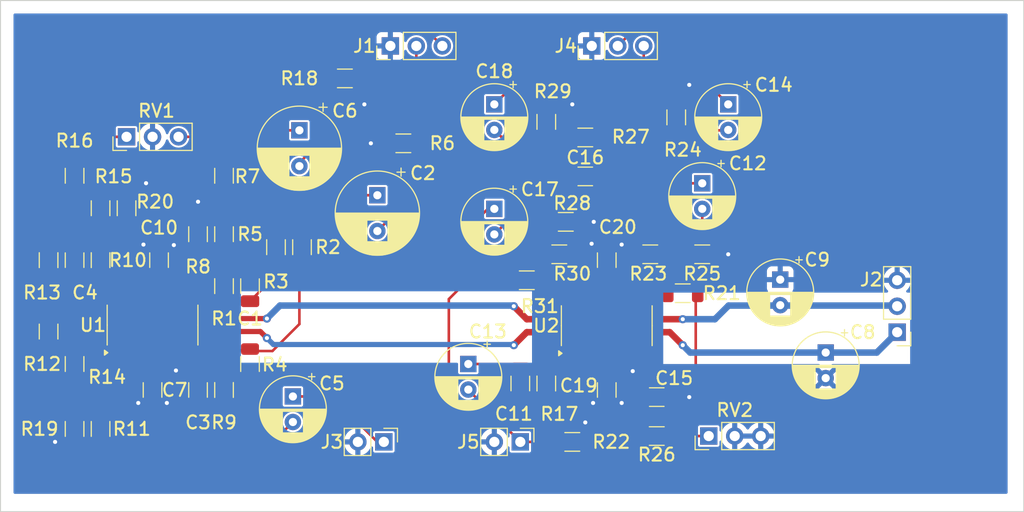
<source format=kicad_pcb>
(kicad_pcb (version 20240108) (generator "pcbnew") (generator_version "8.0")
  (title_block (title "TLA Input & Output") (date "2024-05-09") (rev "00") (company "Greybox Audio"))
  (layers (0 "F.Cu" signal) (31 "B.Cu" power) (34 "B.Paste" user) (35 "F.Paste" user) (36 "B.SilkS" user "B.Silkscreen") (37 "F.SilkS" user "F.Silkscreen") (38 "B.Mask" user) (39 "F.Mask" user) (44 "Edge.Cuts" user))
  (net 0 "")
  (net 1 "Net-(U1D--)")
  (net 2 "Net-(C1-Pad2)")
  (net 3 "Net-(C2-Pad1)")
  (net 4 "Net-(C2-Pad2)")
  (net 5 "Net-(U1B--)")
  (net 6 "Net-(C3-Pad1)")
  (net 7 "Net-(C4-Pad2)")
  (net 8 "Net-(U1C--)")
  (net 9 "Net-(C5-Pad2)")
  (net 10 "Net-(J3-Pin_1)")
  (net 11 "Net-(C6-Pad1)")
  (net 12 "Net-(C6-Pad2)")
  (net 13 "+15V")
  (net 14 "-15V")
  (net 15 "GND")
  (net 16 "Net-(R2-Pad1)")
  (net 17 "Net-(R7-Pad1)")
  (net 18 "Net-(U1A-+)")
  (net 19 "Net-(U1A--)")
  (net 20 "Net-(U1C-+)")
  (net 21 "Net-(R16-Pad2)")
  (net 22 "Net-(U1D-+)")
  (net 23 "Net-(C11-Pad1)")
  (net 24 "Net-(U2C--)")
  (net 25 "Net-(C12-Pad2)")
  (net 26 "Net-(J5-Pin_1)")
  (net 27 "Net-(C14-Pad1)")
  (net 28 "Net-(U2C-+)")
  (net 29 "Net-(U2B--)")
  (net 30 "Net-(C17-Pad2)")
  (net 31 "Net-(C18-Pad1)")
  (net 32 "Net-(R26-Pad1)")
  (net 33 "Net-(U2D--)")
  (net 34 "Net-(U2D-+)")
  (net 35 "Net-(U2A--)")
  (net 36 "Net-(U2A-+)")
  (footprint "Connector_PinHeader_2.54mm:PinHeader_1x03_P2.54mm_Vertical" (layer "F.Cu") (at 112.395 123.887 90)
    (property "Reference" "RV2")
    (property "Value" "500R")
  )
  (footprint "Capacitor_SMD:C_1206_3216Metric" (layer "F.Cu") (at 67.564 109.22 -90)
    (property "Reference" "C1")
    (property "Value" "100p")
  )
  (footprint "Resistor_SMD:R_1206_3216Metric" (layer "F.Cu") (at 111.76 106.107 180)
    (property "Reference" "R25")
    (property "Value" "10k")
  )
  (footprint "Resistor_SMD:R_1206_3216Metric" (layer "F.Cu") (at 67.564 116.84 90)
    (property "Reference" "R4")
    (property "Value" "2k2")
  )
  (footprint "Resistor_SMD:R_1206_3216Metric" (layer "F.Cu") (at 65.024 119.38 90)
    (property "Reference" "R9")
    (property "Value" "2k2")
  )
  (footprint "Resistor_SMD:R_1206_3216Metric" (layer "F.Cu") (at 94.615 108.647)
    (property "Reference" "R31")
    (property "Value" "2k7")
  )
  (footprint "Capacitor_SMD:C_1206_3216Metric" (layer "F.Cu") (at 58.039 119.38 -90)
    (property "Reference" "C7")
    (property "Value" "100n")
  )
  (footprint "Resistor_SMD:R_1206_3216Metric" (layer "F.Cu") (at 97.79 106.107 180)
    (property "Reference" "R30")
    (property "Value" "47k")
  )
  (footprint "Connector_PinHeader_2.54mm:PinHeader_1x02_P2.54mm_Vertical" (layer "F.Cu") (at 80.645 124.46 -90)
    (property "Reference" "J3")
    (property "Value" "Conn_01x02")
  )
  (footprint "Resistor_SMD:R_1206_3216Metric" (layer "F.Cu") (at 50.419 116.84 90)
    (property "Reference" "R14")
    (property "Value" "1k")
  )
  (footprint "Capacitor_SMD:C_1206_3216Metric" (layer "F.Cu") (at 107.315 120.077)
    (property "Reference" "C15")
    (property "Value" "22p")
  )
  (footprint "Capacitor_SMD:C_1206_3216Metric" (layer "F.Cu") (at 58.674 106.68 -90)
    (property "Reference" "C10")
    (property "Value" "100n")
  )
  (footprint "Resistor_SMD:R_1206_3216Metric" (layer "F.Cu") (at 82.55 95.25)
    (property "Reference" "R6")
    (property "Value" "100k")
  )
  (footprint "Resistor_SMD:R_1206_3216Metric" (layer "F.Cu") (at 96.52 93.1525 90)
    (property "Reference" "R29")
    (property "Value" "10M")
  )
  (footprint "Resistor_SMD:R_1206_3216Metric" (layer "F.Cu") (at 52.959 101.6 90)
    (property "Reference" "R15")
    (property "Value" "3k3")
  )
  (footprint "Capacitor_THT:CP_Radial_D6.3mm_P2.50mm" (layer "F.Cu") (at 119.38 108.585 -90)
    (property "Reference" "C9")
    (property "Value" "10u")
  )
  (footprint "Capacitor_THT:CP_Radial_D6.3mm_P2.50mm" (layer "F.Cu") (at 91.44 91.44 -90)
    (property "Reference" "C18")
    (property "Value" "10u")
  )
  (footprint "Resistor_SMD:R_1206_3216Metric" (layer "F.Cu") (at 55.499 101.6 -90)
    (property "Reference" "R20")
    (property "Value" "2k2")
  )
  (footprint "Connector_PinHeader_2.54mm:PinHeader_1x03_P2.54mm_Vertical" (layer "F.Cu") (at 55.499 94.615 90)
    (property "Reference" "RV1")
    (property "Value" "500R")
  )
  (footprint "Resistor_SMD:R_1206_3216Metric" (layer "F.Cu") (at 99.06 124.46 180)
    (property "Reference" "R22")
    (property "Value" "100k")
  )
  (footprint "Capacitor_SMD:C_1206_3216Metric" (layer "F.Cu") (at 102.4275 119.38 -90)
    (property "Reference" "C19")
    (property "Value" "100n")
  )
  (footprint "Resistor_SMD:R_1206_3216Metric" (layer "F.Cu") (at 65.024 104.14 90)
    (property "Reference" "R5")
    (property "Value" "3k3")
  )
  (footprint "Capacitor_SMD:C_1206_3216Metric" (layer "F.Cu") (at 102.4275 106.68 -90)
    (property "Reference" "C20")
    (property "Value" "100n")
  )
  (footprint "Capacitor_SMD:C_1206_3216Metric" (layer "F.Cu") (at 50.419 106.68 -90)
    (property "Reference" "C4")
    (property "Value" "100p")
  )
  (footprint "Connector_PinHeader_2.54mm:PinHeader_1x03_P2.54mm_Vertical" (layer "F.Cu") (at 81.28 85.725 90)
    (property "Reference" "J1")
    (property "Value" "XLR3")
  )
  (footprint "Capacitor_THT:CP_Radial_D6.3mm_P2.50mm" (layer "F.Cu") (at 123.825 115.719621 -90)
    (property "Reference" "C8")
    (property "Value" "10u")
  )
  (footprint "Resistor_SMD:R_1206_3216Metric" (layer "F.Cu") (at 98.425 102.932)
    (property "Reference" "R28")
    (property "Value" "10k")
  )
  (footprint "Resistor_SMD:R_1206_3216Metric" (layer "F.Cu") (at 96.52 118.745 -90)
    (property "Reference" "R17")
    (property "Value" "2k")
  )
  (footprint "Connector_PinHeader_2.54mm:PinHeader_1x03_P2.54mm_Vertical" (layer "F.Cu") (at 100.965 85.725 90)
    (property "Reference" "J4")
    (property "Value" "XLR3")
  )
  (footprint "Resistor_SMD:R_1206_3216Metric" (layer "F.Cu") (at 47.879 113.665 90)
    (property "Reference" "R12")
    (property "Value" "1k8")
  )
  (footprint "Resistor_SMD:R_1206_3216Metric" (layer "F.Cu") (at 107.315 123.887 180)
    (property "Reference" "R26")
    (property "Value" "1k8")
  )
  (footprint "Package_SO:SOIC-14_3.9x8.7mm_P1.27mm" (layer "F.Cu") (at 58.039 113.03 90)
    (property "Reference" "U1")
    (property "Value" "OPA1679")
  )
  (footprint "Resistor_SMD:R_1206_3216Metric" (layer "F.Cu") (at 50.419 98.425 90)
    (property "Reference" "R16")
    (property "Value" "2k2")
  )
  (footprint "Connector_PinHeader_2.54mm:PinHeader_1x02_P2.54mm_Vertical" (layer "F.Cu") (at 93.98 124.46 -90)
    (property "Reference" "J5")
    (property "Value" "Conn_01x02")
  )
  (footprint "Capacitor_THT:CP_Radial_D8.0mm_P3.50mm" (layer "F.Cu") (at 72.39 93.98 -90)
    (property "Reference" "C6")
    (property "Value" "220u")
  )
  (footprint "Resistor_SMD:R_1206_3216Metric" (layer "F.Cu") (at 65.024 109.22 -90)
    (property "Reference" "R1")
    (property "Value" "2k7")
  )
  (footprint "Resistor_SMD:R_1206_3216Metric" (layer "F.Cu") (at 109.855 109.917 180)
    (property "Reference" "R21")
    (property "Value" "2k7")
  )
  (footprint "Package_SO:SOIC-14_3.9x8.7mm_P1.27mm" (layer "F.Cu") (at 102.4275 113.092 90)
    (property "Reference" "U2")
    (property "Value" "OPA1679")
  )
  (footprint "Resistor_SMD:R_1206_3216Metric" (layer "F.Cu") (at 72.644 105.41 90)
    (property "Reference" "R2")
    (property "Value" "1k8")
  )
  (footprint "Resistor_SMD:R_1206_3216Metric" (layer "F.Cu") (at 70.104 105.41 90)
    (property "Reference" "R3")
    (property "Value" "33R")
  )
  (footprint "Capacitor_SMD:C_1206_3216Metric" (layer "F.Cu") (at 100.33 98.487)
    (property "Reference" "C16")
    (property "Value" "220p")
  )
  (footprint "Capacitor_SMD:C_1206_3216Metric" (layer "F.Cu") (at 93.98 118.745 -90)
    (property "Reference" "C11")
    (property "Value" "22p")
  )
  (footprint "Resistor_SMD:R_1206_3216Metric" (layer "F.Cu") (at 52.959 123.19 90)
    (property "Reference" "R11")
    (property "Value" "560R")
  )
  (footprint "Resistor_SMD:R_1206_3216Metric" (layer "F.Cu") (at 62.484 104.14 -90)
    (property "Reference" "R8")
    (property "Value" "2k2")
  )
  (footprint "Resistor_SMD:R_1206_3216Metric" (layer "F.Cu") (at 106.68 106.107 180)
    (property "Reference" "R23")
    (property "Value" "47k")
  )
  (footprint "Capacitor_THT:CP_Radial_D6.3mm_P2.50mm" (layer "F.Cu") (at 114.3 91.44 -90)
    (property "Reference" "C14")
    (property "Value" "10u")
  )
  (footprint "Capacitor_THT:CP_Radial_D6.3mm_P2.50mm" (layer "F.Cu") (at 91.44 101.662 -90)
    (property "Reference" "C17")
    (property "Value" "22u")
  )
  (footprint "Capacitor_THT:CP_Radial_D6.3mm_P2.50mm" (layer "F.Cu") (at 111.76 99.162 -90)
    (property "Reference" "C12")
    (property "Value" "22u")
  )
  (footprint "Resistor_SMD:R_1206_3216Metric" (layer "F.Cu") (at 52.959 106.68 -90)
    (property "Reference" "R10")
    (property "Value" "2k7")
  )
  (footprint "Resistor_SMD:R_1206_3216Metric" (layer "F.Cu") (at 109.22 92.71 -90)
    (property "Reference" "R24")
    (property "Value" "10M")
  )
  (footprint "Resistor_SMD:R_1206_3216Metric" (layer "F.Cu") (at 50.419 123.19 90)
    (property "Reference" "R19")
    (property "Value" "1k")
  )
  (footprint "Capacitor_THT:CP_Radial_D6.3mm_P2.50mm" (layer "F.Cu") (at 88.9 116.84 -90)
    (property "Reference" "C13")
    (property "Value" "100u")
  )
  (footprint "Capacitor_THT:CP_Radial_D8.0mm_P3.50mm" (layer "F.Cu") (at 80.01 100.33 -90)
    (property "Reference" "C2")
    (property "Value" "220u")
  )
  (footprint "Resistor_SMD:R_1206_3216Metric" (layer "F.Cu") (at 65.024 98.425 -90)
    (property "Reference" "R7")
    (property "Value" "3k3")
  )
  (footprint "Resistor_SMD:R_1206_3216Metric" (layer "F.Cu") (at 47.879 106.68 90)
    (property "Reference" "R13")
    (property "Value" "33R")
  )
  (footprint "Resistor_SMD:R_1206_3216Metric" (layer "F.Cu") (at 76.835 88.9 180)
    (property "Reference" "R18")
    (property "Value" "100k")
  )
  (footprint "Connector_PinHeader_2.54mm:PinHeader_1x03_P2.54mm_Vertical" (layer "F.Cu") (at 130.81 113.727 180)
    (property "Reference" "J2")
    (property "Value" "Conn_01x03")
  )
  (footprint "Resistor_SMD:R_1206_3216Metric" (layer "F.Cu") (at 100.33 94.677)
    (property "Reference" "R27")
    (property "Value" "22k")
  )
  (footprint "Capacitor_THT:CP_Radial_D6.3mm_P2.50mm" (layer "F.Cu") (at 71.755 120.015 -90)
    (property "Reference" "C5")
    (property "Value" "100u")
  )
  (footprint "Capacitor_SMD:C_1206_3216Metric" (layer "F.Cu") (at 62.484 119.38 90)
    (property "Reference" "C3")
    (property "Value" "3p3")
  )
  (gr_rect (start 43.18 81.28) (end 143.18 131.28) (stroke (width 0.1)) (fill none) (layer "Edge.Cuts"))
  (segment (start 47.879 112.2025) (end 48.006 112.3295) (width 0.254) (layer "F.Cu") (net 1))
  (segment (start 48.006 112.3295) (end 54.5485 112.3295) (width 0.254) (layer "F.Cu") (net 1))
  (segment (start 55.499 107.7575) (end 52.959 105.2175) (width 0.254) (layer "F.Cu") (net 1))
  (segment (start 54.5485 112.3295) (end 55.499 111.379) (width 0.254) (layer "F.Cu") (net 1))
  (segment (start 50.4315 105.2175) (end 50.419 105.205) (width 0.254) (layer "F.Cu") (net 1))
  (segment (start 52.959 105.2175) (end 50.4315 105.2175) (width 0.254) (layer "F.Cu") (net 1))
  (segment (start 55.499 111.379) (end 55.499 110.555) (width 0.254) (layer "F.Cu") (net 1))
  (segment (start 55.499 110.555) (end 55.499 107.7575) (width 0.254) (layer "F.Cu") (net 1))
  (segment (start 67.564 110.695) (end 67.5515 110.6825) (width 0.254) (layer "F.Cu") (net 2))
  (segment (start 70.104 108.155) (end 67.564 110.695) (width 0.254) (layer "F.Cu") (net 2))
  (segment (start 70.104 106.8725) (end 70.104 108.155) (width 0.254) (layer "F.Cu") (net 2))
  (segment (start 64.8315 110.49) (end 61.914 110.49) (width 0.254) (layer "F.Cu") (net 2))
  (segment (start 68.0085 110.695) (end 67.564 110.695) (width 0.25) (layer "F.Cu") (net 2))
  (segment (start 61.914 110.49) (end 61.849 110.555) (width 0.254) (layer "F.Cu") (net 2))
  (segment (start 65.024 110.6825) (end 64.8315 110.49) (width 0.254) (layer "F.Cu") (net 2))
  (segment (start 67.5515 110.6825) (end 65.024 110.6825) (width 0.254) (layer "F.Cu") (net 2))
  (segment (start 70.104 103.9475) (end 69.9115 104.14) (width 0.254) (layer "F.Cu") (net 3))
  (segment (start 73.7215 100.33) (end 70.104 103.9475) (width 0.254) (layer "F.Cu") (net 3))
  (segment (start 58.836 101.6) (end 61.1835 103.9475) (width 0.254) (layer "F.Cu") (net 3))
  (segment (start 52.709 99.8875) (end 50.419 99.8875) (width 0.254) (layer "F.Cu") (net 3))
  (segment (start 52.959 100.1375) (end 52.709 99.8875) (width 0.254) (layer "F.Cu") (net 3))
  (segment (start 80.01 100.33) (end 73.7215 100.33) (width 0.254) (layer "F.Cu") (net 3))
  (segment (start 52.959 100.1375) (end 54.4215 101.6) (width 0.254) (layer "F.Cu") (net 3))
  (segment (start 61.1835 103.9475) (end 70.104 103.9475) (width 0.254) (layer "F.Cu") (net 3))
  (segment (start 54.4215 101.6) (end 58.836 101.6) (width 0.254) (layer "F.Cu") (net 3))
  (segment (start 83.82 85.725) (end 83.82 95.0575) (width 0.254) (layer "F.Cu") (net 4))
  (segment (start 80.01 103.83) (end 80.32 103.83) (width 0.254) (layer "F.Cu") (net 4))
  (segment (start 84.0125 99.8275) (end 84.0125 95.25) (width 0.254) (layer "F.Cu") (net 4))
  (segment (start 80.01 103.83) (end 84.0125 99.8275) (width 0.254) (layer "F.Cu") (net 4))
  (segment (start 83.82 95.0575) (end 84.0125 95.25) (width 0.254) (layer "F.Cu") (net 4))
  (segment (start 62.484 117.905) (end 65.0115 117.905) (width 0.254) (layer "F.Cu") (net 5))
  (segment (start 60.522 115.562) (end 60.579 115.505) (width 0.254) (layer "F.Cu") (net 5))
  (segment (start 60.579 116.479999) (end 62.004001 117.905) (width 0.254) (layer "F.Cu") (net 5))
  (segment (start 60.522 115.674115) (end 60.522 115.562) (width 0.254) (layer "F.Cu") (net 5))
  (segment (start 65.0115 117.905) (end 65.024 117.9175) (width 0.254) (layer "F.Cu") (net 5))
  (segment (start 67.179 117.9175) (end 67.564 118.3025) (width 0.254) (layer "F.Cu") (net 5))
  (segment (start 65.024 117.9175) (end 67.179 117.9175) (width 0.254) (layer "F.Cu") (net 5))
  (segment (start 62.004001 117.905) (end 62.484 117.905) (width 0.254) (layer "F.Cu") (net 5))
  (segment (start 60.579 115.505) (end 60.579 116.479999) (width 0.254) (layer "F.Cu") (net 5))
  (segment (start 62.484 117.905) (end 62.4965 117.9175) (width 0.254) (layer "F.Cu") (net 5))
  (segment (start 48.129 115.3775) (end 47.879 115.1275) (width 0.254) (layer "F.Cu") (net 6))
  (segment (start 54.1015 115.3775) (end 50.419 115.3775) (width 0.254) (layer "F.Cu") (net 6))
  (segment (start 47.879 121.285) (end 47.879 115.1275) (width 0.254) (layer "F.Cu") (net 6))
  (segment (start 48.514 115.1275) (end 47.879 115.1275) (width 0.254) (layer "F.Cu") (net 6))
  (segment (start 50.419 115.3775) (end 48.129 115.3775) (width 0.254) (layer "F.Cu") (net 6))
  (segment (start 54.229 115.505) (end 54.1015 115.3775) (width 0.254) (layer "F.Cu") (net 6))
  (segment (start 65.0115 120.855) (end 62.484 120.855) (width 0.254) (layer "F.Cu") (net 6))
  (segment (start 49.722 123.128) (end 47.879 121.285) (width 0.254) (layer "F.Cu") (net 6))
  (segment (start 60.211 123.128) (end 49.722 123.128) (width 0.254) (layer "F.Cu") (net 6))
  (segment (start 62.484 120.855) (end 60.211 123.128) (width 0.254) (layer "F.Cu") (net 6))
  (segment (start 65.024 120.8425) (end 65.0115 120.855) (width 0.254) (layer "F.Cu") (net 6))
  (segment (start 54.229 109.4125) (end 54.229 110.555) (width 0.254) (layer "F.Cu") (net 7))
  (segment (start 47.879 108.1425) (end 52.959 108.1425) (width 0.254) (layer "F.Cu") (net 7))
  (segment (start 52.959 108.1425) (end 54.229 109.4125) (width 0.254) (layer "F.Cu") (net 7))
  (segment (start 67.5515 107.7575) (end 67.564 107.745) (width 0.254) (layer "F.Cu") (net 8))
  (segment (start 69.324 105.41) (end 67.564 107.17) (width 0.254) (layer "F.Cu") (net 8))
  (segment (start 67.564 107.17) (end 67.564 107.745) (width 0.254) (layer "F.Cu") (net 8))
  (segment (start 71.1815 105.41) (end 69.324 105.41) (width 0.254) (layer "F.Cu") (net 8))
  (segment (start 65.024 107.7575) (end 67.5515 107.7575) (width 0.254) (layer "F.Cu") (net 8))
  (segment (start 60.579 109.89919) (end 62.72069 107.7575) (width 0.254) (layer "F.Cu") (net 8))
  (segment (start 60.579 110.555) (end 60.579 109.89919) (width 0.254) (layer "F.Cu") (net 8))
  (segment (start 72.644 103.9475) (end 71.1815 105.41) (width 0.254) (layer "F.Cu") (net 8))
  (segment (start 62.72069 107.7575) (end 65.024 107.7575) (width 0.254) (layer "F.Cu") (net 8))
  (segment (start 69.81 124.46) (end 71.755 122.515) (width 0.25) (layer "F.Cu") (net 9))
  (segment (start 53.1515 124.46) (end 69.81 124.46) (width 0.25) (layer "F.Cu") (net 9))
  (segment (start 52.959 124.6525) (end 53.1515 124.46) (width 0.25) (layer "F.Cu") (net 9))
  (segment (start 80.01 124.46) (end 75.565 120.015) (width 0.254) (layer "F.Cu") (net 10))
  (segment (start 75.565 120.015) (end 71.755 120.015) (width 0.254) (layer "F.Cu") (net 10))
  (segment (start 80.645 124.46) (end 80.01 124.46) (width 0.254) (layer "F.Cu") (net 10))
  (segment (start 47.879 105.2175) (end 47.879 100.33) (width 0.254) (layer "F.Cu") (net 11))
  (segment (start 72.39 93.98) (end 70.1675 93.98) (width 0.254) (layer "F.Cu") (net 11))
  (segment (start 64.5815 99.8875) (end 65.024 99.8875) (width 0.254) (layer "F.Cu") (net 11))
  (segment (start 49.784 98.425) (end 63.119 98.425) (width 0.254) (layer "F.Cu") (net 11))
  (segment (start 65.024 99.8875) (end 65.024 102.6775) (width 0.254) (layer "F.Cu") (net 11))
  (segment (start 70.1675 93.98) (end 65.024 99.1235) (width 0.254) (layer "F.Cu") (net 11))
  (segment (start 47.879 100.33) (end 49.784 98.425) (width 0.254) (layer "F.Cu") (net 11))
  (segment (start 65.024 99.1235) (end 65.024 99.8875) (width 0.254) (layer "F.Cu") (net 11))
  (segment (start 63.119 98.425) (end 64.5815 99.8875) (width 0.254) (layer "F.Cu") (net 11))
  (segment (start 72.39 97.48) (end 72.39 97.155) (width 0.254) (layer "F.Cu") (net 12))
  (segment (start 75.3725 88.9) (end 75.3725 85.9175) (width 0.254) (layer "F.Cu") (net 12))
  (segment (start 84.455 83.82) (end 86.36 85.725) (width 0.254) (layer "F.Cu") (net 12))
  (segment (start 75.3725 94.1725) (end 75.3725 88.9) (width 0.254) (layer "F.Cu") (net 12))
  (segment (start 77.47 83.82) (end 84.455 83.82) (width 0.254) (layer "F.Cu") (net 12))
  (segment (start 75.3725 85.9175) (end 77.47 83.82) (width 0.254) (layer "F.Cu") (net 12))
  (segment (start 72.39 97.155) (end 75.3725 94.1725) (width 0.254) (layer "F.Cu") (net 12))
  (segment (start 108.585 113.727) (end 103.292501 113.727) (width 0.635) (layer "F.Cu") (net 13))
  (segment (start 68.58 113.665) (end 58.674 113.665) (width 0.508) (layer "F.Cu") (net 13))
  (segment (start 101.562499 113.727) (end 94.615 113.727) (width 0.635) (layer "F.Cu") (net 13))
  (segment (start 109.855 114.997) (end 108.585 113.727) (width 0.635) (layer "F.Cu") (net 13))
  (segment (start 103.292501 113.727) (end 102.4275 114.592001) (width 0.635) (layer "F.Cu") (net 13))
  (segment (start 58.039 115.505) (end 58.039 117.905) (width 0.508) (layer "F.Cu") (net 13))
  (segment (start 58.039 114.3) (end 58.039 115.505) (width 0.508) (layer "F.Cu") (net 13))
  (segment (start 69.215 114.3) (end 68.58 113.665) (width 0.508) (layer "F.Cu") (net 13))
  (segment (start 102.4275 114.592001) (end 102.4275 115.567) (width 0.635) (layer "F.Cu") (net 13))
  (segment (start 102.4275 117.905) (end 102.4275 115.567) (width 0.635) (layer "F.Cu") (net 13))
  (segment (start 58.674 113.665) (end 58.039 114.3) (width 0.508) (layer "F.Cu") (net 13))
  (segment (start 94.615 113.727) (end 93.345 114.997) (width 0.635) (layer "F.Cu") (net 13))
  (segment (start 102.4275 114.592001) (end 101.562499 113.727) (width 0.635) (layer "F.Cu") (net 13))
  (via (at 109.855 114.997) (size 0.8) (drill 0.4) (layers "F.Cu" "B.Cu") (net 13))
  (via (at 93.345 114.997) (size 0.8) (drill 0.4) (layers "F.Cu" "B.Cu") (net 13))
  (via (at 69.215 114.3) (size 0.8) (drill 0.4) (layers "F.Cu" "B.Cu") (net 13))
  (segment (start 110.577621 115.719621) (end 109.855 114.997) (width 0.635) (layer "B.Cu") (net 13))
  (segment (start 123.825 115.719621) (end 110.577621 115.719621) (width 0.635) (layer "B.Cu") (net 13))
  (segment (start 128.817379 115.719621) (end 123.825 115.719621) (width 0.635) (layer "B.Cu") (net 13))
  (segment (start 130.81 113.727) (end 128.817379 115.719621) (width 0.635) (layer "B.Cu") (net 13))
  (segment (start 69.85 114.935) (end 93.345 114.935) (width 0.508) (layer "B.Cu") (net 13))
  (segment (start 69.215 114.3) (end 69.85 114.935) (width 0.508) (layer "B.Cu") (net 13))
  (segment (start 103.292501 112.457) (end 102.4275 111.591999) (width 0.635) (layer "F.Cu") (net 14))
  (segment (start 58.674 112.395) (end 58.039 111.76) (width 0.508) (layer "F.Cu") (net 14))
  (segment (start 102.4275 108.155) (end 102.4275 110.617) (width 0.635) (layer "F.Cu") (net 14))
  (segment (start 109.855 112.457) (end 103.292501 112.457) (width 0.635) (layer "F.Cu") (net 14))
  (segment (start 69.215 112.395) (end 58.674 112.395) (width 0.508) (layer "F.Cu") (net 14))
  (segment (start 102.4275 111.591999) (end 102.4275 110.617) (width 0.635) (layer "F.Cu") (net 14))
  (segment (start 102.4275 111.591999) (end 101.562499 112.457) (width 0.635) (layer "F.Cu") (net 14))
  (segment (start 58.039 111.76) (end 58.039 110.555) (width 0.508) (layer "F.Cu") (net 14))
  (segment (start 58.039 108.79) (end 58.674 108.155) (width 0.508) (layer "F.Cu") (net 14))
  (segment (start 58.039 110.555) (end 58.039 108.79) (width 0.508) (layer "F.Cu") (net 14))
  (segment (start 94.615 112.457) (end 93.345 111.187) (width 0.635) (layer "F.Cu") (net 14))
  (segment (start 101.562499 112.457) (end 94.615 112.457) (width 0.635) (layer "F.Cu") (net 14))
  (via (at 69.215 112.395) (size 0.8) (drill 0.4) (layers "F.Cu" "B.Cu") (net 14))
  (via (at 93.345 111.187) (size 0.8) (drill 0.4) (layers "F.Cu" "B.Cu") (net 14))
  (via (at 109.855 112.457) (size 0.8) (drill 0.4) (layers "F.Cu" "B.Cu") (net 14))
  (segment (start 130.81 111.187) (end 130.748 111.125) (width 0.635) (layer "B.Cu") (net 14))
  (segment (start 70.485 111.125) (end 93.345 111.125) (width 0.635) (layer "B.Cu") (net 14))
  (segment (start 114.331 111.125) (end 112.999 112.457) (width 0.635) (layer "B.Cu") (net 14))
  (segment (start 119.34 111.125) (end 114.331 111.125) (width 0.635) (layer "B.Cu") (net 14))
  (segment (start 130.748 111.125) (end 119.42 111.125) (width 0.635) (layer "B.Cu") (net 14))
  (segment (start 119.38 111.085) (end 119.34 111.125) (width 0.635) (layer "B.Cu") (net 14))
  (segment (start 69.215 112.395) (end 70.485 111.125) (width 0.635) (layer "B.Cu") (net 14))
  (segment (start 119.42 111.125) (end 119.38 111.085) (width 0.635) (layer "B.Cu") (net 14))
  (segment (start 112.999 112.457) (end 109.855 112.457) (width 0.635) (layer "B.Cu") (net 14))
  (segment (start 59.436 120.65) (end 59.231 120.855) (width 0.635) (layer "F.Cu") (net 15))
  (segment (start 60.12 105.205) (end 58.674 105.205) (width 0.508) (layer "F.Cu") (net 15))
  (segment (start 100.33 122.555) (end 100.33 124.2675) (width 0.254) (layer "F.Cu") (net 15))
  (segment (start 101.1575 102.932) (end 99.8875 102.932) (width 0.254) (layer "F.Cu") (net 15))
  (segment (start 103.886 105.156) (end 103.837 105.205) (width 0.635) (layer "F.Cu") (net 15))
  (segment (start 56.4845 99.152) (end 55.499 100.1375) (width 0.254) (layer "F.Cu") (net 15))
  (segment (start 56.847 120.855) (end 58.039 120.855) (width 0.508) (layer "F.Cu") (net 15))
  (segment (start 58.039 121.08) (end 58.039 120.855) (width 0.508) (layer "F.Cu") (net 15))
  (segment (start 108.79 120.077) (end 110.49 120.077) (width 0.254) (layer "F.Cu") (net 15))
  (segment (start 101.297 120.855) (end 102.4275 120.855) (width 0.635) (layer "F.Cu") (net 15))
  (segment (start 57.15 105.156) (end 57.404 105.156) (width 0.508) (layer "F.Cu") (net 15))
  (segment (start 103.886 120.65) (end 103.681 120.855) (width 0.635) (layer "F.Cu") (net 15))
  (segment (start 59.231 120.855) (end 58.039 120.855) (width 0.635) (layer "F.Cu") (net 15))
  (segment (start 96.52 91.69) (end 98.81 91.69) (width 0.254) (layer "F.Cu") (net 15))
  (segment (start 110.49 89.9775) (end 110.49 89.535) (width 0.254) (layer "F.Cu") (net 15))
  (segment (start 57.404 99.152) (end 56.4845 99.152) (width 0.254) (layer "F.Cu") (net 15))
  (segment (start 103.6975 116.267) (end 104.9675 117.537) (width 0.254) (layer "F.Cu") (net 15))
  (segment (start 62.484 100.965) (end 62.484 102.6775) (width 0.254) (layer "F.Cu") (net 15))
  (segment (start 78.2975 90.9975) (end 78.2975 88.9) (width 0.254) (layer "F.Cu") (net 15))
  (segment (start 81.0875 95.25) (end 79.375 95.25) (width 0.254) (layer "F.Cu") (net 15))
  (segment (start 103.6975 115.567) (end 103.6975 116.267) (width 0.254) (layer "F.Cu") (net 15))
  (segment (start 102.294947 105.072447) (end 102.4275 105.205) (width 0.635) (layer "F.Cu") (net 15))
  (segment (start 48.514 124.46) (end 50.2265 124.46) (width 0.254) (layer "F.Cu") (net 15))
  (segment (start 100.33 124.2675) (end 100.5225 124.46) (width 0.254) (layer "F.Cu") (net 15))
  (segment (start 103.837 105.205) (end 102.4275 105.205) (width 0.635) (layer "F.Cu") (net 15))
  (segment (start 60.325 117.475) (end 59.309 116.459) (width 0.254) (layer "F.Cu") (net 15))
  (segment (start 114.3 106.107) (end 113.2225 106.107) (width 0.254) (layer "F.Cu") (net 15))
  (segment (start 109.22 91.2475) (end 110.49 89.9775) (width 0.254) (layer "F.Cu") (net 15))
  (segment (start 98.81 91.69) (end 99.06 91.44) (width 0.254) (layer "F.Cu") (net 15))
  (segment (start 56.642 120.65) (end 56.847 120.855) (width 0.508) (layer "F.Cu") (net 15))
  (segment (start 57.404 105.156) (end 57.453 105.205) (width 0.508) (layer "F.Cu") (net 15))
  (segment (start 100.947991 105.072447) (end 102.294947 105.072447) (width 0.635) (layer "F.Cu") (net 15))
  (segment (start 57.453 105.205) (end 58.674 105.205) (width 0.508) (layer "F.Cu") (net 15))
  (segment (start 78.74 91.44) (end 78.2975 90.9975) (width 0.254) (layer "F.Cu") (net 15))
  (segment (start 103.681 120.855) (end 102.4275 120.855) (width 0.635) (layer "F.Cu") (net 15))
  (segment (start 101.092 120.65) (end 101.297 120.855) (width 0.635) (layer "F.Cu") (net 15))
  (segment (start 59.309 116.459) (end 59.309 115.505) (width 0.254) (layer "F.Cu") (net 15))
  (segment (start 50.2265 124.46) (end 50.419 124.6525) (width 0.254) (layer "F.Cu") (net 15))
  (via (at 57.404 99.152) (size 0.8) (drill 0.4) (layers "F.Cu" "B.Cu") (net 15))
  (via (at 79.375 95.25) (size 0.8) (drill 0.4) (layers "F.Cu" "B.Cu") (net 15))
  (via (at 104.9675 117.537) (size 0.8) (drill 0.4) (layers "F.Cu" "B.Cu") (net 15))
  (via (at 100.947991 105.072447) (size 0.8) (drill 0.4) (layers "F.Cu" "B.Cu") (net 15))
  (via (at 99.06 91.44) (size 0.8) (drill 0.4) (layers "F.Cu" "B.Cu") (net 15))
  (via (at 59.436 120.65) (size 0.8) (drill 0.4) (layers "F.Cu" "B.Cu") (net 15))
  (via (at 57.15 105.156) (size 0.8) (drill 0.4) (layers "F.Cu" "B.Cu") (net 15))
  (via (at 114.3 106.107) (size 0.8) (drill 0.4) (layers "F.Cu" "B.Cu") (net 15))
  (via (at 101.092 120.65) (size 0.8) (drill 0.4) (layers "F.Cu" "B.Cu") (net 15))
  (via (at 110.49 89.535) (size 0.8) (drill 0.4) (layers "F.Cu" "B.Cu") (net 15))
  (via (at 78.74 91.44) (size 0.8) (drill 0.4) (layers "F.Cu" "B.Cu") (net 15))
  (via (at 110.49 120.077) (size 0.8) (drill 0.4) (layers "F.Cu" "B.Cu") (net 15))
  (via (at 103.886 120.65) (size 0.8) (drill 0.4) (layers "F.Cu" "B.Cu") (net 15))
  (via (at 56.642 120.65) (size 0.8) (drill 0.4) (layers "F.Cu" "B.Cu") (net 15))
  (via (at 48.514 124.46) (size 0.8) (drill 0.4) (layers "F.Cu" "B.Cu") (net 15))
  (via (at 60.12 105.205) (size 0.8) (drill 0.4) (layers "F.Cu" "B.Cu") (net 15))
  (via (at 101.1575 102.932) (size 0.8) (drill 0.4) (layers "F.Cu" "B.Cu") (net 15))
  (via (at 60.325 117.475) (size 0.8) (drill 0.4) (layers "F.Cu" "B.Cu") (net 15))
  (via (at 103.886 105.156) (size 0.8) (drill 0.4) (layers "F.Cu" "B.Cu") (net 15))
  (via (at 62.484 100.965) (size 0.8) (drill 0.4) (layers "F.Cu" "B.Cu") (net 15))
  (via (at 100.33 122.555) (size 0.8) (drill 0.4) (layers "F.Cu" "B.Cu") (net 15))
  (segment (start 72.39 107.1265) (end 72.644 106.8725) (width 0.254) (layer "F.Cu") (net 16))
  (segment (start 61.9765 115.3775) (end 61.849 115.505) (width 0.254) (layer "F.Cu") (net 16))
  (segment (start 72.8365 106.8725) (end 72.644 106.8725) (width 0.254) (layer "F.Cu") (net 16))
  (segment (start 67.4365 115.505) (end 67.564 115.3775) (width 0.254) (layer "F.Cu") (net 16))
  (segment (start 67.564 115.3775) (end 67.7565 115.57) (width 0.254) (layer "F.Cu") (net 16))
  (segment (start 61.849 115.505) (end 67.4365 115.505) (width 0.254) (layer "F.Cu") (net 16))
  (segment (start 67.7565 115.57) (end 69.75375 115.57) (width 0.254) (layer "F.Cu") (net 16))
  (segment (start 72.39 112.93375) (end 72.39 107.1265) (width 0.254) (layer "F.Cu") (net 16))
  (segment (start 69.75375 115.57) (end 72.39 112.93375) (width 0.254) (layer "F.Cu") (net 16))
  (segment (start 65.024 96.9625) (end 62.6765 94.615) (width 0.254) (layer "F.Cu") (net 17))
  (segment (start 62.6765 94.615) (end 60.579 94.615) (width 0.254) (layer "F.Cu") (net 17))
  (segment (start 56.769 115.505) (end 56.769 116.713) (width 0.254) (layer "F.Cu") (net 18))
  (segment (start 56.769 116.713) (end 52.959 120.523) (width 0.254) (layer "F.Cu") (net 18))
  (segment (start 52.959 120.523) (end 52.959 121.7275) (width 0.254) (layer "F.Cu") (net 18))
  (segment (start 55.499 115.505) (end 55.499 116.208378) (width 0.254) (layer "F.Cu") (net 19))
  (segment (start 50.419 118.3025) (end 50.419 121.7275) (width 0.254) (layer "F.Cu") (net 19))
  (segment (start 53.404878 118.3025) (end 50.419 118.3025) (width 0.254) (layer "F.Cu") (net 19))
  (segment (start 55.499 116.208378) (end 53.404878 118.3025) (width 0.254) (layer "F.Cu") (net 19))
  (segment (start 59.309 109.37875) (end 63.08525 105.6025) (width 0.254) (layer "F.Cu") (net 20))
  (segment (start 59.309 110.555) (end 59.309 109.37875) (width 0.254) (layer "F.Cu") (net 20))
  (segment (start 65.024 105.6025) (end 62.484 105.6025) (width 0.254) (layer "F.Cu") (net 20))
  (segment (start 63.08525 105.6025) (end 65.024 105.6025) (width 0.254) (layer "F.Cu") (net 20))
  (segment (start 52.7665 94.615) (end 55.499 94.615) (width 0.254) (layer "F.Cu") (net 21))
  (segment (start 50.419 96.9625) (end 52.7665 94.615) (width 0.254) (layer "F.Cu") (net 21))
  (segment (start 56.769 106.299) (end 55.499 105.029) (width 0.254) (layer "F.Cu") (net 22))
  (segment (start 52.959 103.0625) (end 55.499 103.0625) (width 0.254) (layer "F.Cu") (net 22))
  (segment (start 55.499 105.029) (end 55.499 103.0625) (width 0.254) (layer "F.Cu") (net 22))
  (segment (start 56.769 110.555) (end 56.769 106.299) (width 0.254) (layer "F.Cu") (net 22))
  (segment (start 56.712 110.498) (end 56.769 110.555) (width 0.254) (layer "F.Cu") (net 22))
  (segment (start 96.52 117.2825) (end 93.9925 117.2825) (width 0.254) (layer "F.Cu") (net 23))
  (segment (start 98.6175 115.567) (end 96.902 117.2825) (width 0.254) (layer "F.Cu") (net 23))
  (segment (start 93.9925 117.2825) (end 93.98 117.27) (width 0.254) (layer "F.Cu") (net 23))
  (segment (start 88.9 116.84) (end 88.9 117.475) (width 0.254) (layer "F.Cu") (net 23))
  (segment (start 88.9 116.84) (end 93.55 116.84) (width 0.254) (layer "F.Cu") (net 23))
  (segment (start 96.902 117.2825) (end 96.52 117.2825) (width 0.254) (layer "F.Cu") (net 23))
  (segment (start 93.55 116.84) (end 93.98 117.27) (width 0.254) (layer "F.Cu") (net 23))
  (segment (start 108.3925 109.917) (end 107.6925 110.617) (width 0.254) (layer "F.Cu") (net 24))
  (segment (start 104.9675 110.617) (end 106.2375 110.617) (width 0.254) (layer "F.Cu") (net 24))
  (segment (start 111.76 99.162) (end 109.815 99.162) (width 0.254) (layer "F.Cu") (net 24))
  (segment (start 109.815 99.162) (end 106.2375 102.7395) (width 0.254) (layer "F.Cu") (net 24))
  (segment (start 107.6925 110.617) (end 106.2375 110.617) (width 0.254) (layer "F.Cu") (net 24))
  (segment (start 106.2375 102.7395) (end 106.2375 110.617) (width 0.254) (layer "F.Cu") (net 24))
  (segment (start 111.76 104.6445) (end 110.2975 106.107) (width 0.254) (layer "F.Cu") (net 25))
  (segment (start 111.76 101.662) (end 111.76 104.6445) (width 0.254) (layer "F.Cu") (net 25))
  (segment (start 110.2975 106.107) (end 108.1425 106.107) (width 0.254) (layer "F.Cu") (net 25))
  (segment (start 93.98 124.46) (end 88.9 119.38) (width 0.254) (layer "F.Cu") (net 26))
  (segment (start 88.9 119.38) (end 88.9 119.34) (width 0.254) (layer "F.Cu") (net 26))
  (segment (start 93.98 124.46) (end 97.5975 124.46) (width 0.254) (layer "F.Cu") (net 26))
  (segment (start 109.855 83.82) (end 105.41 83.82) (width 0.254) (layer "F.Cu") (net 27))
  (segment (start 113.03 86.995) (end 109.855 83.82) (width 0.254) (layer "F.Cu") (net 27))
  (segment (start 113.03 90.17) (end 113.03 86.995) (width 0.254) (layer "F.Cu") (net 27))
  (segment (start 105.41 83.82) (end 103.505 85.725) (width 0.254) (layer "F.Cu") (net 27))
  (segment (start 114.3 91.44) (end 113.03 90.17) (width 0.254) (layer "F.Cu") (net 27))
  (segment (start 101.7925 98.4745) (end 101.7925 94.677) (width 0.254) (layer "F.Cu") (net 28))
  (segment (start 103.6975 109.7245) (end 105.2175 108.2045) (width 0.254) (layer "F.Cu") (net 28))
  (segment (start 105.2175 106.107) (end 105.41 105.9145) (width 0.254) (layer "F.Cu") (net 28))
  (segment (start 105.41 102.092) (end 101.805 98.487) (width 0.254) (layer "F.Cu") (net 28))
  (segment (start 105.2175 108.2045) (end 105.2175 106.107) (width 0.254) (layer "F.Cu") (net 28))
  (segment (start 101.805 98.487) (end 101.7925 98.4745) (width 0.254) (layer "F.Cu") (net 28))
  (segment (start 101.7925 94.677) (end 102.4895 93.98) (width 0.254) (layer "F.Cu") (net 28))
  (segment (start 103.6975 110.617) (end 103.6975 109.7245) (width 0.254) (layer "F.Cu") (net 28))
  (segment (start 102.4895 93.98) (end 114.26 93.98) (width 0.254) (layer "F.Cu") (net 28))
  (segment (start 114.26 93.98) (end 114.3 93.94) (width 0.254) (layer "F.Cu") (net 28))
  (segment (start 105.41 105.9145) (end 105.41 102.092) (width 0.254) (layer "F.Cu") (net 28))
  (segment (start 104.9675 115.567) (end 106.2375 115.567) (width 0.254) (layer "F.Cu") (net 29))
  (segment (start 104.9675 116.267) (end 104.9675 115.567) (width 0.254) (layer "F.Cu") (net 29))
  (segment (start 96.3275 106.107) (end 96.9625 105.472) (width 0.254) (layer "F.Cu") (net 30))
  (segment (start 96.9625 105.472) (end 96.9625 102.932) (width 0.254) (layer "F.Cu") (net 30))
  (segment (start 91.44 104.162) (end 92.67 102.932) (width 0.254) (layer "F.Cu") (net 30))
  (segment (start 92.67 102.932) (end 96.9625 102.932) (width 0.254) (layer "F.Cu") (net 30))
  (segment (start 93.918 88.962) (end 104.078 88.962) (width 0.254) (layer "F.Cu") (net 31))
  (segment (start 91.44 91.44) (end 93.918 88.962) (width 0.254) (layer "F.Cu") (net 31))
  (segment (start 106.045 86.995) (end 106.045 85.725) (width 0.254) (layer "F.Cu") (net 31))
  (segment (start 104.078 88.962) (end 106.045 86.995) (width 0.254) (layer "F.Cu") (net 31))
  (segment (start 112.395 123.887) (end 108.7775 123.887) (width 0.254) (layer "F.Cu") (net 32))
  (segment (start 96.26625 108.647) (end 96.0775 108.647) (width 0.254) (layer "F.Cu") (net 33))
  (segment (start 98.23625 110.617) (end 96.26625 108.647) (width 0.254) (layer "F.Cu") (net 33))
  (segment (start 90.805 101.662) (end 89.535 102.932) (width 0.254) (layer "F.Cu") (net 33))
  (segment (start 94.1725 106.742) (end 96.0775 108.647) (width 0.254) (layer "F.Cu") (net 33))
  (segment (start 91.44 101.662) (end 90.805 101.662) (width 0.254) (layer "F.Cu") (net 33))
  (segment (start 99.8875 110.617) (end 98.6175 110.617) (width 0.254) (layer "F.Cu") (net 33))
  (segment (start 90.805 106.742) (end 94.1725 106.742) (width 0.254) (layer "F.Cu") (net 33))
  (segment (start 98.6175 110.617) (end 98.23625 110.617) (width 0.254) (layer "F.Cu") (net 33))
  (segment (start 89.535 105.472) (end 90.805 106.742) (width 0.254) (layer "F.Cu") (net 33))
  (segment (start 89.535 102.932) (end 89.535 105.472) (width 0.254) (layer "F.Cu") (net 33))
  (segment (start 96.0775 108.647) (end 96.0775 108.2045) (width 0.254) (layer "F.Cu") (net 33))
  (segment (start 98.855 98.487) (end 98.855 98.057) (width 0.254) (layer "F.Cu") (net 34))
  (segment (start 98.8055 94.615) (end 98.8675 94.677) (width 0.254) (layer "F.Cu") (net 34))
  (segment (start 98.5555 98.7865) (end 98.855 98.487) (width 0.254) (layer "F.Cu") (net 34))
  (segment (start 98.8675 98.0445) (end 98.8675 94.677) (width 0.254) (layer "F.Cu") (net 34))
  (segment (start 101.1575 110.01325) (end 101.1575 110.617) (width 0.254) (layer "F.Cu") (net 34))
  (segment (start 99.2525 106.107) (end 99.2525 108.10825) (width 0.254) (layer "F.Cu") (net 34))
  (segment (start 98.5555 105.41) (end 98.5555 98.7865) (width 0.254) (layer "F.Cu") (net 34))
  (segment (start 91.44 93.94) (end 92.115 94.615) (width 0.254) (layer "F.Cu") (net 34))
  (segment (start 98.855 98.057) (end 98.8675 98.0445) (width 0.254) (layer "F.Cu") (net 34))
  (segment (start 92.115 94.615) (end 96.52 94.615) (width 0.254) (layer "F.Cu") (net 34))
  (segment (start 96.52 94.615) (end 98.8055 94.615) (width 0.254) (layer "F.Cu") (net 34))
  (segment (start 99.2525 108.10825) (end 101.1575 110.01325) (width 0.254) (layer "F.Cu") (net 34))
  (segment (start 99.2525 106.107) (end 98.5555 105.41) (width 0.254) (layer "F.Cu") (net 34))
  (segment (start 93.1525 108.647) (end 93.1525 108.7775) (width 0.254) (layer "F.Cu") (net 35))
  (segment (start 90.17 118.11) (end 92.28 120.22) (width 0.254) (layer "F.Cu") (net 35))
  (segment (start 93.1525 108.647) (end 88.838 108.647) (width 0.254) (layer "F.Cu") (net 35))
  (segment (start 98.0445 120.2075) (end 99.8875 118.3645) (width 0.254) (layer "F.Cu") (net 35))
  (segment (start 99.8875 118.3645) (end 99.8875 115.567) (width 0.254) (layer "F.Cu") (net 35))
  (segment (start 86.995 117.475) (end 87.63 118.11) (width 0.254) (layer "F.Cu") (net 35))
  (segment (start 93.98 120.22) (end 96.5075 120.22) (width 0.254) (layer "F.Cu") (net 35))
  (segment (start 92.28 120.22) (end 93.98 120.22) (width 0.254) (layer "F.Cu") (net 35))
  (segment (start 96.5075 120.22) (end 96.52 120.2075) (width 0.254) (layer "F.Cu") (net 35))
  (segment (start 86.995 110.49) (end 86.995 117.475) (width 0.254) (layer "F.Cu") (net 35))
  (segment (start 96.52 120.2075) (end 98.0445 120.2075) (width 0.254) (layer "F.Cu") (net 35))
  (segment (start 99.8875 115.183264) (end 99.8875 115.567) (width 0.254) (layer "F.Cu") (net 35))
  (segment (start 88.838 108.647) (end 86.995 110.49) (width 0.254) (layer "F.Cu") (net 35))
  (segment (start 99.695 115.7595) (end 99.8875 115.567) (width 0.254) (layer "F.Cu") (net 35))
  (segment (start 87.63 118.11) (end 90.17 118.11) (width 0.254) (layer "F.Cu") (net 35))
  (segment (start 107.745 118.172) (end 105.84 120.077) (width 0.254) (layer "F.Cu") (net 36))
  (segment (start 101.6 119.38) (end 100.965 118.745) (width 0.254) (layer "F.Cu") (net 36))
  (segment (start 105.143 119.38) (end 101.6 119.38) (width 0.254) (layer "F.Cu") (net 36))
  (segment (start 105.8525 123.887) (end 105.84 123.8745) (width 0.254) (layer "F.Cu") (net 36))
  (segment (start 100.965 115.7595) (end 101.1575 115.567) (width 0.254) (layer "F.Cu") (net 36))
  (segment (start 105.84 120.077) (end 105.143 119.38) (width 0.254) (layer "F.Cu") (net 36))
  (segment (start 109.855 118.172) (end 107.745 118.172) (width 0.254) (layer "F.Cu") (net 36))
  (segment (start 111.125 110.1095) (end 111.125 116.902) (width 0.254) (layer "F.Cu") (net 36))
  (segment (start 111.125 116.902) (end 109.855 118.172) (width 0.254) (layer "F.Cu") (net 36))
  (segment (start 100.965 118.745) (end 100.965 115.7595) (width 0.254) (layer "F.Cu") (net 36))
  (segment (start 105.84 123.8745) (end 105.84 120.077) (width 0.254) (layer "F.Cu") (net 36))
  (segment (start 111.3175 109.917) (end 111.125 110.1095) (width 0.254) (layer "F.Cu") (net 36))
  (zone (net 0) (net_name "") (layer "B.Cu") (connect_pads (clearance 0)) (min_thickness 0.25)
    (keepout (tracks allowed) (vias allowed) (pads allowed) (copperpour not_allowed) (footprints allowed))
    (fill (thermal_gap 0.5) (thermal_bridge_width 0.5))
    (polygon (pts (xy 95.123 109.728) (xy 66.675 109.728) (xy 66.675 116.713) (xy 95.123 116.713)))
  )
  (zone (net 0) (net_name "") (layer "B.Cu") (connect_pads (clearance 0)) (min_thickness 0.25)
    (keepout (tracks allowed) (vias allowed) (pads allowed) (copperpour not_allowed) (footprints allowed))
    (fill (thermal_gap 0.5) (thermal_bridge_width 0.5))
    (polygon (pts (xy 132.08 109.855) (xy 107.95 109.855) (xy 107.95 116.84) (xy 132.08 116.84)))
  )
  (zone (net 15) (net_name "GND") (layer "B.Cu") (name "InOut") (connect_pads (clearance 0)) (min_thickness 0.25) (fill yes (thermal_gap 0.5) (thermal_bridge_width 0.5))
    (polygon (pts (xy 141.605 129.54) (xy 44.45 129.54) (xy 44.45 82.55) (xy 141.605 82.55)))
  )
)
</source>
